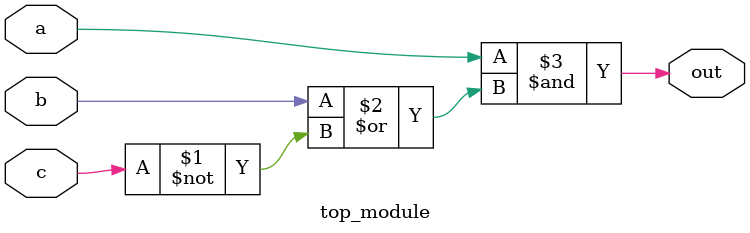
<source format=sv>
module top_module(
	input a, 
	input b,
	input c,
	output out
);

	assign out = a & (b | ~c);

endmodule

</source>
